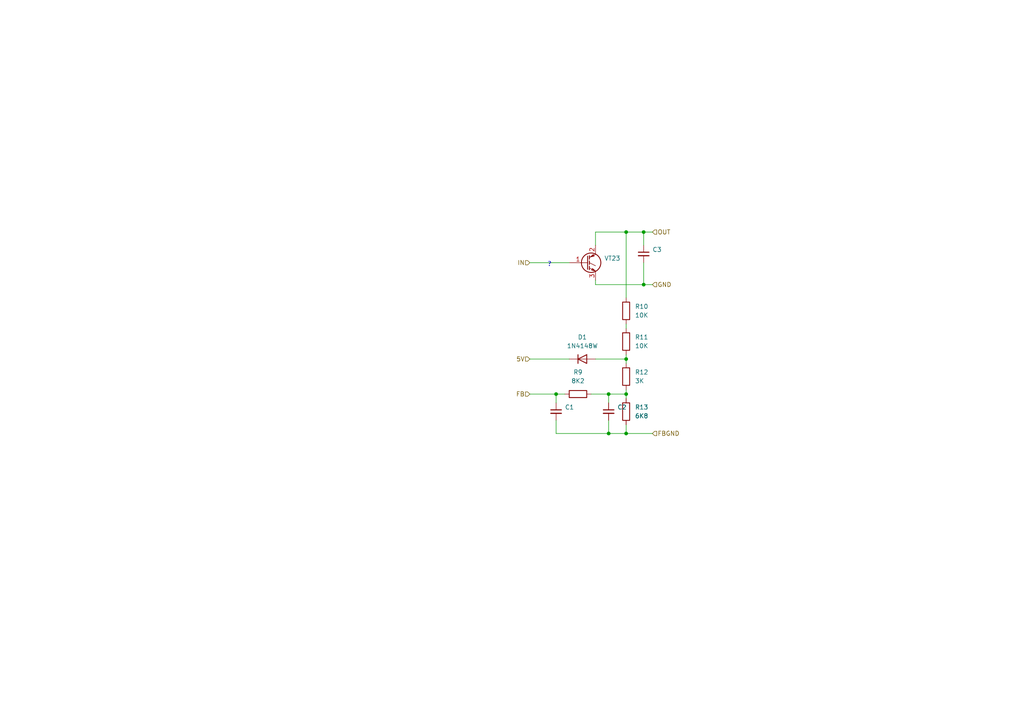
<source format=kicad_sch>
(kicad_sch (version 20211123) (generator eeschema)
  (paper "A4")
  (lib_symbols
    (symbol "Device:C_Small" (pin_numbers hide) (pin_names (offset 0.254) hide)
      (property "Reference" "C" (at 0.254 1.778 0))
      (property "Value" "C_Small" (at 0.254 -2.032 0))
      (symbol "C_Small_0_1"
        (polyline (pts (xy -1.524 -0.508) (xy 1.524 -0.508)) (stroke (width 0.3302)))
        (polyline (pts (xy -1.524 0.508) (xy 1.524 0.508)) (stroke (width 0.3048)))
      )
      (symbol "C_Small_1_1"
        (pin passive line (at 0 2.54 270) (length 2.032) (name "~") (number "1"))
        (pin passive line (at 0 -2.54 90) (length 2.032) (name "~") (number "2"))
      )
    )
    (symbol "Device:R" (pin_numbers hide) (pin_names (offset 0))
      (property "Reference" "R" (at 2.032 0 90))
      (property "Value" "R" (at 0 0 90))
      (symbol "R_0_1"
        (rectangle (start -1.016 -2.54) (end 1.016 2.54) (stroke (width 0.254)))
      )
      (symbol "R_1_1"
        (pin passive line (at 0 3.81 270) (length 1.27) (name "~") (number "1"))
        (pin passive line (at 0 -3.81 90) (length 1.27) (name "~") (number "2"))
      )
    )
    (symbol "Diode:1N4148W" (pin_numbers hide) (pin_names hide)
      (property "Reference" "D" (at 0 2.54 0))
      (property "Value" "1N4148W" (at 0 -2.54 0))
      (symbol "1N4148W_0_1"
        (polyline (pts (xy -1.27 1.27) (xy -1.27 -1.27)) (stroke (width 0.254)))
        (polyline (pts (xy 1.27 0) (xy -1.27 0)))
        (polyline (pts (xy 1.27 1.27) (xy 1.27 -1.27) (xy -1.27 0) (xy 1.27 1.27)) (stroke (width 0.254)))
      )
      (symbol "1N4148W_1_1"
        (pin passive line (at -3.81 0 0) (length 2.54) (name "K") (number "1"))
        (pin passive line (at 3.81 0 180) (length 2.54) (name "A") (number "2"))
      )
    )
    (symbol "R_1" (pin_numbers hide) (pin_names (offset 0) hide)
      (property "Reference" "R" (at 2.032 0 90))
      (property "Value" "R_1" (at 0 0 90))
      (symbol "R_1_0_1"
        (rectangle (start -1.016 -2.54) (end 1.016 2.54) (stroke (width 0.254)))
      )
      (symbol "R_1_1_1"
        (pin passive line (at 0 3.81 270) (length 1.27) (name "~") (number "1"))
        (pin passive line (at 0 -3.81 90) (length 1.27) (name "~") (number "2"))
      )
    )
    (symbol "R_2" (pin_numbers hide) (pin_names (offset 0) hide)
      (property "Reference" "R" (at 2.032 0 90))
      (property "Value" "R_2" (at 0 0 90))
      (symbol "R_2_0_1"
        (rectangle (start -1.016 -2.54) (end 1.016 2.54) (stroke (width 0.254)))
      )
      (symbol "R_2_1_1"
        (pin passive line (at 0 3.81 270) (length 1.27) (name "~") (number "1"))
        (pin passive line (at 0 -3.81 90) (length 1.27) (name "~") (number "2"))
      )
    )
    (symbol "Transistor_IGBT:IRG4PF50W" (pin_names (offset 0) hide)
      (property "Reference" "Q" (at 5.08 1.905 0))
      (property "Value" "IRG4PF50W" (at 5.08 0 0))
      (symbol "IRG4PF50W_0_1"
        (polyline (pts (xy 0 0) (xy 0.254 0)))
        (polyline (pts (xy 0.762 -1.016) (xy 0.762 -2.032)) (stroke (width 0.254)))
        (polyline (pts (xy 0.762 0.508) (xy 0.762 -0.508)) (stroke (width 0.254)))
        (polyline (pts (xy 0.762 2.032) (xy 0.762 1.016)) (stroke (width 0.254)))
        (polyline (pts (xy 2.54 -2.413) (xy 0.762 -1.524)))
        (polyline (pts (xy 2.54 -0.889) (xy 0.762 0)))
        (polyline (pts (xy 2.54 2.413) (xy 0.762 1.524)))
        (polyline (pts (xy 0.254 1.905) (xy 0.254 -1.905) (xy 0.254 -1.905)) (stroke (width 0.254)))
        (polyline (pts (xy 1.397 -2.159) (xy 1.651 -1.651) (xy 2.54 -2.413) (xy 1.397 -2.159)) (fill (type outline)))
        (polyline (pts (xy 2.159 1.905) (xy 1.905 2.413) (xy 1.016 1.651) (xy 2.159 1.905)) (fill (type outline)))
        (circle (center 1.27 0) (radius 2.8194) (stroke (width 0.254)))
      )
      (symbol "IRG4PF50W_1_1"
        (pin input line (at -5.08 0 0) (length 5.08) (name "G") (number "1"))
        (pin passive line (at 2.54 5.08 270) (length 2.54) (name "C") (number "2"))
        (pin passive line (at 2.54 -5.08 90) (length 2.54) (name "E") (number "3"))
      )
    )
  )
  (junction (at 176.53 125.73))
  (junction (at 181.61 114.3))
  (junction (at 181.61 125.73))
  (junction (at 181.61 104.14))
  (junction (at 161.29 114.3))
  (junction (at 181.61 67.31))
  (junction (at 186.69 82.55))
  (junction (at 176.53 114.3))
  (junction (at 186.69 67.31))
  (wire (pts (xy 161.29 116.84) (xy 161.29 114.3)))
  (wire (pts (xy 181.61 67.31) (xy 181.61 86.36)))
  (wire (pts (xy 181.61 114.3) (xy 181.61 115.57)))
  (wire (pts (xy 172.72 104.14) (xy 181.61 104.14)))
  (wire (pts (xy 153.67 114.3) (xy 161.29 114.3)))
  (wire (pts (xy 176.53 125.73) (xy 181.61 125.73)))
  (wire (pts (xy 181.61 67.31) (xy 186.69 67.31)))
  (wire (pts (xy 186.69 82.55) (xy 189.23 82.55)))
  (wire (pts (xy 181.61 123.19) (xy 181.61 125.73)))
  (wire (pts (xy 172.72 82.55) (xy 186.69 82.55)))
  (wire (pts (xy 181.61 113.03) (xy 181.61 114.3)))
  (wire (pts (xy 186.69 76.2) (xy 186.69 82.55)))
  (wire (pts (xy 186.69 67.31) (xy 189.23 67.31)))
  (wire (pts (xy 176.53 116.84) (xy 176.53 114.3)))
  (wire (pts (xy 172.72 71.12) (xy 172.72 67.31)))
  (wire (pts (xy 181.61 125.73) (xy 189.23 125.73)))
  (wire (pts (xy 153.67 104.14) (xy 165.1 104.14)))
  (wire (pts (xy 172.72 81.28) (xy 172.72 82.55)))
  (wire (pts (xy 161.29 114.3) (xy 163.83 114.3)))
  (wire (pts (xy 153.67 76.2) (xy 165.1 76.2)))
  (wire (pts (xy 181.61 102.87) (xy 181.61 104.14)))
  (wire (pts (xy 176.53 121.92) (xy 176.53 125.73)))
  (wire (pts (xy 186.69 67.31) (xy 186.69 71.12)))
  (wire (pts (xy 181.61 93.98) (xy 181.61 95.25)))
  (wire (pts (xy 171.45 114.3) (xy 176.53 114.3)))
  (wire (pts (xy 172.72 67.31) (xy 181.61 67.31)))
  (wire (pts (xy 161.29 121.92) (xy 161.29 125.73)))
  (wire (pts (xy 161.29 125.73) (xy 176.53 125.73)))
  (wire (pts (xy 176.53 114.3) (xy 181.61 114.3)))
  (wire (pts (xy 181.61 104.14) (xy 181.61 105.41)))
  (text "?" (at 158.75 77.47 0) (effects (font (size 1.27 1.27)) (justify left bottom)))
  (hierarchical_label "GND" (shape input) (at 189.23 82.55 0))
  (hierarchical_label "FB" (shape input) (at 153.67 114.3 180))
  (hierarchical_label "FBGND" (shape input) (at 189.23 125.73 0))
  (hierarchical_label "OUT" (shape input) (at 189.23 67.31 0))
  (hierarchical_label "IN" (shape input) (at 153.67 76.2 180))
  (hierarchical_label "5V" (shape input) (at 153.67 104.14 180))
  (symbol (lib_id "Device:R") (at 181.61 90.17 0) (unit 1)
    (property "Reference" "R10" (at 184.15 88.8999 0) (effects (justify left)))
    (property "Value" "10K" (at 184.15 91.4399 0) (effects (justify left)))
    (property "Footprint" "Resistor_SMD:R_0805_2012Metric" (effects hide))
  )
  (symbol (lib_id "Device:C_Small") (at 176.53 119.38 0) (unit 1)
    (property "Reference" "C2" (at 179.07 118.1162 0) (effects (justify left)))
    (property "Footprint" "Capacitor_SMD:C_0603_1608Metric" (effects hide))
  )
  (symbol (lib_id "Device:C_Small") (at 161.29 119.38 0) (unit 1)
    (property "Reference" "C1" (at 163.83 118.1162 0) (effects (justify left)))
    (property "Footprint" "Capacitor_SMD:C_0603_1608Metric" (effects hide))
  )
  (symbol (lib_id "Device:R") (at 181.61 99.06 0) (unit 1)
    (property "Reference" "R11" (at 184.15 97.7899 0) (effects (justify left)))
    (property "Value" "10K" (at 184.15 100.3299 0) (effects (justify left)))
    (property "Footprint" "Resistor_SMD:R_0805_2012Metric" (effects hide))
  )
  (symbol (lib_name "R_1") (lib_id "Device:R") (at 167.64 114.3 90) (unit 1)
    (property "Reference" "R9" (at 167.64 107.95 90))
    (property "Value" "8K2" (at 167.64 110.49 90))
    (property "Footprint" "Resistor_SMD:R_0603_1608Metric" (effects hide))
  )
  (symbol (lib_name "R_2") (lib_id "Device:R") (at 181.61 109.22 0) (unit 1)
    (property "Reference" "R12" (at 184.15 107.9499 0) (effects (justify left)))
    (property "Value" "3K" (at 184.15 110.4899 0) (effects (justify left)))
    (property "Footprint" "Resistor_SMD:R_0603_1608Metric" (effects hide))
  )
  (symbol (lib_id "Transistor_IGBT:IRG4PF50W") (at 170.18 76.2 0) (unit 1)
    (property "Reference" "VT23" (at 175.26 74.9299 0) (effects (justify left)))
    (property "Datasheet" "http://www.irf.com/product-info/datasheets/data/irg4pf50w.pdf" (effects hide))
  )
  (symbol (lib_id "Device:C_Small") (at 186.69 73.66 0) (unit 1)
    (property "Reference" "C3" (at 189.23 72.3962 0) (effects (justify left)))
    (property "Value" "C_Small" (effects hide))
    (property "Footprint" "Capacitor_SMD:C_1206_3216Metric" (effects hide))
  )
  (symbol (lib_name "R_1") (lib_id "Device:R") (at 181.61 119.38 0) (unit 1)
    (property "Reference" "R13" (at 184.15 118.1099 0) (effects (justify left)))
    (property "Value" "6K8" (at 184.15 120.6499 0) (effects (justify left)))
    (property "Footprint" "Resistor_SMD:R_0603_1608Metric" (effects hide))
  )
  (symbol (lib_id "Diode:1N4148W") (at 168.91 104.14 0) (unit 1)
    (property "Reference" "D1" (at 168.91 97.79 0))
    (property "Value" "1N4148W" (at 168.91 100.33 0))
    (property "Footprint" "Diode_SMD:D_SOD-123" (effects hide))
    (property "Datasheet" "https://www.vishay.com/docs/85748/1n4148w.pdf" (effects hide))
  )
)
</source>
